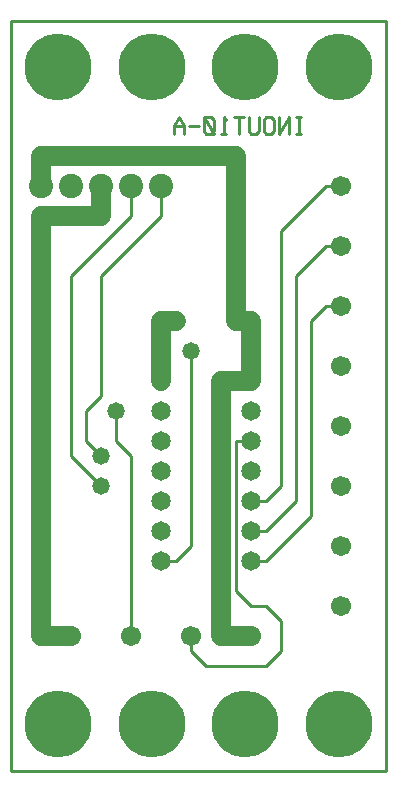
<source format=gbl>
%MOIN*%
%FSLAX25Y25*%
G04 D10 used for Character Trace; *
G04     Circle (OD=.01000) (No hole)*
G04 D11 used for Power Trace; *
G04     Circle (OD=.06700) (No hole)*
G04 D12 used for Signal Trace; *
G04     Circle (OD=.01100) (No hole)*
G04 D13 used for Via; *
G04     Circle (OD=.05800) (Round. Hole ID=.02800)*
G04 D14 used for Component hole; *
G04     Circle (OD=.06500) (Round. Hole ID=.03500)*
G04 D15 used for Component hole; *
G04     Circle (OD=.06700) (Round. Hole ID=.04300)*
G04 D16 used for Component hole; *
G04     Circle (OD=.08100) (Round. Hole ID=.05100)*
G04 D17 used for Component hole; *
G04     Circle (OD=.08900) (Round. Hole ID=.05900)*
G04 D18 used for Component hole; *
G04     Circle (OD=.11300) (Round. Hole ID=.08300)*
G04 D19 used for Component hole; *
G04     Circle (OD=.16000) (Round. Hole ID=.13000)*
G04 D20 used for Component hole; *
G04     Circle (OD=.18300) (Round. Hole ID=.15300)*
G04 D21 used for Component hole; *
G04     Circle (OD=.22291) (Round. Hole ID=.19291)*
%ADD10C,.01000*%
%ADD11C,.06700*%
%ADD12C,.01100*%
%ADD13C,.05800*%
%ADD14C,.06500*%
%ADD15C,.06700*%
%ADD16C,.08100*%
%ADD17C,.08900*%
%ADD18C,.11300*%
%ADD19C,.16000*%
%ADD20C,.18300*%
%ADD21C,.22291*%
%IPPOS*%
%LPD*%
G90*X0Y0D02*D21*X15625Y15625D03*D15*              
X40000Y45000D03*D12*Y105000D01*X35000Y110000D01*  
Y120000D01*D13*D03*D12*X25000D02*X30000Y125000D01*
X25000Y110000D02*Y120000D01*X30000Y105000D02*     
X25000Y110000D01*D13*X30000Y105000D03*D12*        
Y95000D02*X20000Y105000D01*D13*X30000Y95000D03*   
D12*X20000Y105000D02*Y165000D01*X40000Y185000D01* 
Y195000D01*D16*D03*D12*X30000Y165000D02*          
X50000Y185000D01*X30000Y125000D02*Y165000D01*D14* 
X50000Y110000D03*Y120000D03*D13*X10000Y130000D03* 
D11*Y45000D01*X20000D01*D15*D03*D14*              
X50000Y70000D03*D12*X55000D01*X60000Y75000D01*    
Y140000D01*D13*D03*D11*X70000Y45000D02*Y130000D01*
Y45000D02*X80000D01*D15*D03*D12*X85000Y35000D02*  
X90000Y40000D01*X65000Y35000D02*X85000D01*        
X65000D02*X60000Y40000D01*Y45000D01*D15*D03*D12*  
X80000Y55000D02*X75000Y60000D01*X80000Y55000D02*  
X85000D01*X90000Y50000D01*Y40000D01*D15*          
X110000Y55000D03*D12*X75000Y60000D02*Y110000D01*  
X80000D01*D14*D03*Y120000D03*Y100000D03*D12*      
X85000Y90000D02*X90000Y95000D01*X80000Y90000D02*  
X85000D01*D14*X80000D03*Y80000D03*D12*X85000D01*  
X95000Y90000D01*Y165000D01*X105000Y175000D01*     
X110000D01*D15*D03*D12*X90000Y95000D02*Y180000D01*
X85000Y70000D02*X100000Y85000D01*X80000Y70000D02* 
X85000D01*D14*X80000D03*D12*X100000Y85000D02*     
Y150000D01*X105000Y155000D01*X110000D01*D15*D03*  
Y135000D03*D12*X90000Y180000D02*X105000Y195000D01*
X110000D01*D15*D03*D11*X75000Y150000D02*          
Y205000D01*D14*Y150000D03*D11*X80000D01*          
Y145000D01*Y130000D01*D14*D03*D11*X70000D01*D12*  
X80000Y145000D02*Y150000D01*D14*X55000D03*D11*    
X50000D01*Y130000D01*D14*D03*Y100000D03*D11*      
X10000Y130000D02*Y185000D01*X30000D01*Y195000D01* 
D16*D03*X20000D03*D12*X50000Y185000D02*Y195000D01*
D16*D03*D10*X95837Y212129D02*Y217871D01*          
X96674Y212129D02*X95000D01*X96674Y217871D02*      
X95000D01*X92511Y212129D02*Y217871D01*            
X89163Y212129D01*Y217871D01*X84163Y213086D02*     
X85000Y212129D01*X86674D01*X87511Y213086D01*      
Y216914D01*X86674Y217871D01*X85000D01*            
X84163Y216914D01*Y213086D01*X79163Y217871D02*     
Y213086D01*X80000Y212129D01*X81674D01*            
X82511Y213086D01*Y217871D01*X75837Y212129D02*     
Y217871D01*X77511D02*X74163D01*X71674Y216914D02*  
X70837Y217871D01*Y212129D01*X71674D02*X70000D01*  
X64163Y213086D02*X65000Y212129D01*X66674D01*      
X67511Y213086D01*Y216914D01*X66674Y217871D01*     
X65000D01*X64163Y216914D01*Y213086D01*            
X67511Y212129D02*X64163Y217871D01*                
X62511Y215000D02*X59163D01*X57511Y212129D02*      
Y215000D01*X55837Y217871D01*X54163Y215000D01*     
Y212129D01*X57511Y215000D02*X54163D01*D11*        
X10000Y205000D02*X75000D01*X10000Y195000D02*      
Y205000D01*D16*Y195000D03*D21*X46875Y234375D03*   
X15625D03*D12*X0Y0D02*Y250000D01*Y0D02*X125000D01*
Y250000D01*X0D01*D21*X78125Y234375D03*X109375D03* 
D15*X110000Y115000D03*Y95000D03*D14*              
X50000Y90000D03*Y80000D03*D15*X110000Y75000D03*   
D21*X46875Y15625D03*X78125D03*X109375D03*M02*     

</source>
